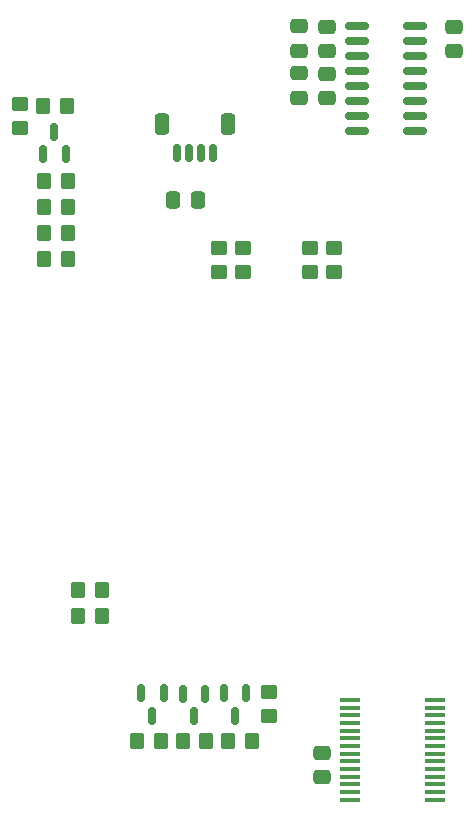
<source format=gtp>
G04 #@! TF.GenerationSoftware,KiCad,Pcbnew,8.0.6*
G04 #@! TF.CreationDate,2024-11-26T08:02:09+01:00*
G04 #@! TF.ProjectId,vt2_communicator,7674325f-636f-46d6-9d75-6e696361746f,rev?*
G04 #@! TF.SameCoordinates,Original*
G04 #@! TF.FileFunction,Paste,Top*
G04 #@! TF.FilePolarity,Positive*
%FSLAX46Y46*%
G04 Gerber Fmt 4.6, Leading zero omitted, Abs format (unit mm)*
G04 Created by KiCad (PCBNEW 8.0.6) date 2024-11-26 08:02:09*
%MOMM*%
%LPD*%
G01*
G04 APERTURE LIST*
G04 Aperture macros list*
%AMRoundRect*
0 Rectangle with rounded corners*
0 $1 Rounding radius*
0 $2 $3 $4 $5 $6 $7 $8 $9 X,Y pos of 4 corners*
0 Add a 4 corners polygon primitive as box body*
4,1,4,$2,$3,$4,$5,$6,$7,$8,$9,$2,$3,0*
0 Add four circle primitives for the rounded corners*
1,1,$1+$1,$2,$3*
1,1,$1+$1,$4,$5*
1,1,$1+$1,$6,$7*
1,1,$1+$1,$8,$9*
0 Add four rect primitives between the rounded corners*
20,1,$1+$1,$2,$3,$4,$5,0*
20,1,$1+$1,$4,$5,$6,$7,0*
20,1,$1+$1,$6,$7,$8,$9,0*
20,1,$1+$1,$8,$9,$2,$3,0*%
G04 Aperture macros list end*
%ADD10RoundRect,0.250000X-0.475000X0.337500X-0.475000X-0.337500X0.475000X-0.337500X0.475000X0.337500X0*%
%ADD11RoundRect,0.250000X0.475000X-0.337500X0.475000X0.337500X-0.475000X0.337500X-0.475000X-0.337500X0*%
%ADD12RoundRect,0.250000X-0.337500X-0.475000X0.337500X-0.475000X0.337500X0.475000X-0.337500X0.475000X0*%
%ADD13RoundRect,0.250000X0.450000X-0.350000X0.450000X0.350000X-0.450000X0.350000X-0.450000X-0.350000X0*%
%ADD14RoundRect,0.250000X-0.350000X-0.450000X0.350000X-0.450000X0.350000X0.450000X-0.350000X0.450000X0*%
%ADD15RoundRect,0.250000X0.350000X0.450000X-0.350000X0.450000X-0.350000X-0.450000X0.350000X-0.450000X0*%
%ADD16RoundRect,0.150000X-0.150000X-0.625000X0.150000X-0.625000X0.150000X0.625000X-0.150000X0.625000X0*%
%ADD17RoundRect,0.250000X-0.350000X-0.650000X0.350000X-0.650000X0.350000X0.650000X-0.350000X0.650000X0*%
%ADD18RoundRect,0.250000X-0.450000X0.350000X-0.450000X-0.350000X0.450000X-0.350000X0.450000X0.350000X0*%
%ADD19RoundRect,0.150000X-0.825000X-0.150000X0.825000X-0.150000X0.825000X0.150000X-0.825000X0.150000X0*%
%ADD20R,1.750000X0.450000*%
%ADD21RoundRect,0.150000X-0.150000X0.587500X-0.150000X-0.587500X0.150000X-0.587500X0.150000X0.587500X0*%
%ADD22RoundRect,0.150000X0.150000X-0.587500X0.150000X0.587500X-0.150000X0.587500X-0.150000X-0.587500X0*%
G04 APERTURE END LIST*
D10*
X191200000Y-51787500D03*
X191200000Y-53862500D03*
D11*
X178100000Y-57775000D03*
X178100000Y-55700000D03*
D12*
X167425000Y-66450000D03*
X169500000Y-66450000D03*
D13*
X154400000Y-60350000D03*
X154400000Y-58350000D03*
D14*
X168200000Y-112275000D03*
X170200000Y-112275000D03*
D15*
X158500000Y-67000000D03*
X156500000Y-67000000D03*
D11*
X180400000Y-53837500D03*
X180400000Y-51762500D03*
D15*
X158500000Y-71400000D03*
X156500000Y-71400000D03*
D16*
X167762500Y-62500000D03*
X168762500Y-62500000D03*
X169762500Y-62500000D03*
X170762500Y-62500000D03*
D17*
X166462500Y-59975000D03*
X172062500Y-59975000D03*
D18*
X171300000Y-70550000D03*
X171300000Y-72550000D03*
X178950000Y-70550000D03*
X178950000Y-72550000D03*
X173350000Y-70550000D03*
X173350000Y-72550000D03*
D10*
X178100000Y-51725000D03*
X178100000Y-53800000D03*
D18*
X181000000Y-70550000D03*
X181000000Y-72550000D03*
D14*
X164350000Y-112275000D03*
X166350000Y-112275000D03*
X172050000Y-112275000D03*
X174050000Y-112275000D03*
D19*
X182950000Y-51710000D03*
X182950000Y-52980000D03*
X182950000Y-54250000D03*
X182950000Y-55520000D03*
X182950000Y-56790000D03*
X182950000Y-58060000D03*
X182950000Y-59330000D03*
X182950000Y-60600000D03*
X187900000Y-60600000D03*
X187900000Y-59330000D03*
X187900000Y-58060000D03*
X187900000Y-56790000D03*
X187900000Y-55520000D03*
X187900000Y-54250000D03*
X187900000Y-52980000D03*
X187900000Y-51710000D03*
D14*
X159350000Y-99450000D03*
X161350000Y-99450000D03*
X159350000Y-101650000D03*
X161350000Y-101650000D03*
D20*
X182375000Y-108775000D03*
X182375000Y-109425000D03*
X182375000Y-110075000D03*
X182375000Y-110725000D03*
X182375000Y-111375000D03*
X182375000Y-112025000D03*
X182375000Y-112675000D03*
X182375000Y-113325000D03*
X182375000Y-113975000D03*
X182375000Y-114625000D03*
X182375000Y-115275000D03*
X182375000Y-115925000D03*
X182375000Y-116575000D03*
X182375000Y-117225000D03*
X189575000Y-117225000D03*
X189575000Y-116575000D03*
X189575000Y-115925000D03*
X189575000Y-115275000D03*
X189575000Y-114625000D03*
X189575000Y-113975000D03*
X189575000Y-113325000D03*
X189575000Y-112675000D03*
X189575000Y-112025000D03*
X189575000Y-111375000D03*
X189575000Y-110725000D03*
X189575000Y-110075000D03*
X189575000Y-109425000D03*
X189575000Y-108775000D03*
D15*
X158500000Y-64800000D03*
X156500000Y-64800000D03*
D21*
X166600000Y-108225000D03*
X164700000Y-108225000D03*
X165650000Y-110100000D03*
D13*
X175500000Y-110125000D03*
X175500000Y-108125000D03*
D21*
X173600000Y-108225000D03*
X171700000Y-108225000D03*
X172650000Y-110100000D03*
D10*
X180400000Y-55762500D03*
X180400000Y-57837500D03*
D15*
X158500000Y-69200000D03*
X156500000Y-69200000D03*
D10*
X179975000Y-113262500D03*
X179975000Y-115337500D03*
D21*
X170100000Y-108237500D03*
X168200000Y-108237500D03*
X169150000Y-110112500D03*
D14*
X156400000Y-58450000D03*
X158400000Y-58450000D03*
D22*
X156400000Y-62550000D03*
X158300000Y-62550000D03*
X157350000Y-60675000D03*
M02*

</source>
